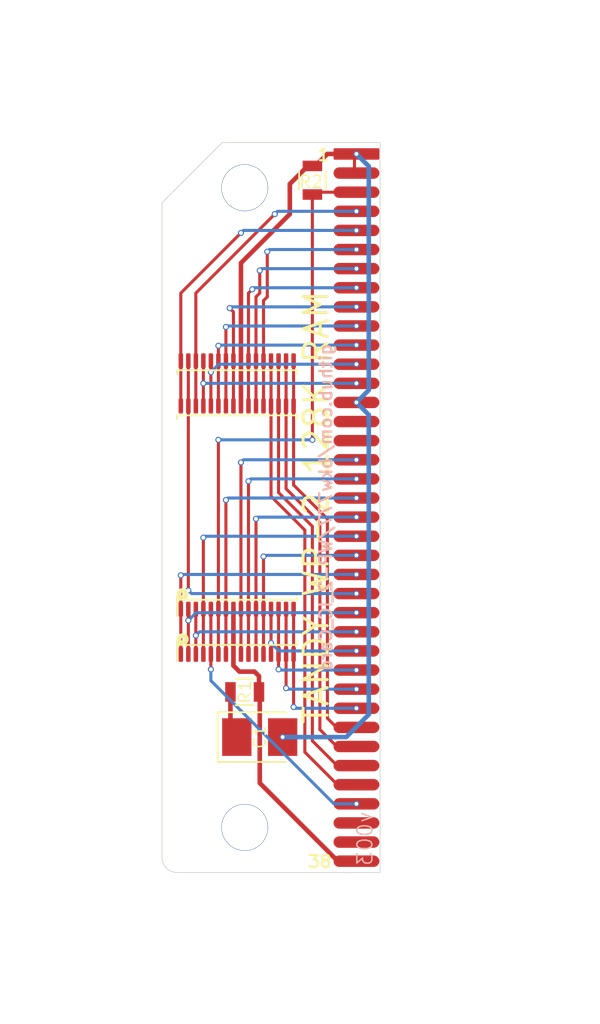
<source format=kicad_pcb>
(kicad_pcb (version 20171130) (host pcbnew 5.1.6-c6e7f7d~87~ubuntu20.04.1)

  (general
    (thickness 0.8)
    (drawings 29)
    (tracks 202)
    (zones 0)
    (modules 8)
    (nets 35)
  )

  (page USLetter)
  (title_block
    (title "WP-2 128K RAM IC-Card")
    (date 2020-09-26)
    (company "Brian K. White - b.kenyon.w@gmail.com")
  )

  (layers
    (0 F.Cu signal)
    (31 B.Cu signal)
    (33 F.Adhes user)
    (35 F.Paste user)
    (36 B.SilkS user)
    (37 F.SilkS user)
    (38 B.Mask user)
    (39 F.Mask user)
    (40 Dwgs.User user)
    (41 Cmts.User user hide)
    (42 Eco1.User user hide)
    (43 Eco2.User user hide)
    (44 Edge.Cuts user)
    (45 Margin user hide)
    (46 B.CrtYd user hide)
    (47 F.CrtYd user hide)
    (49 F.Fab user hide)
  )

  (setup
    (last_trace_width 0.254)
    (user_trace_width 0.1524)
    (user_trace_width 0.1778)
    (user_trace_width 0.2032)
    (user_trace_width 0.3048)
    (user_trace_width 0.508)
    (trace_clearance 0.1524)
    (zone_clearance 0.16)
    (zone_45_only no)
    (trace_min 0.1524)
    (via_size 0.4064)
    (via_drill 0.254)
    (via_min_size 0.4064)
    (via_min_drill 0.254)
    (uvia_size 0.4064)
    (uvia_drill 0.254)
    (uvias_allowed no)
    (uvia_min_size 0.4064)
    (uvia_min_drill 0.254)
    (edge_width 0.05)
    (segment_width 0.2)
    (pcb_text_width 0.3)
    (pcb_text_size 1.5 1.5)
    (mod_edge_width 0.12)
    (mod_text_size 1 1)
    (mod_text_width 0.15)
    (pad_size 0.3 1)
    (pad_drill 0)
    (pad_to_mask_clearance 0)
    (aux_axis_origin 158.75 99.695)
    (grid_origin 158.75 99.695)
    (visible_elements FFFFFF7F)
    (pcbplotparams
      (layerselection 0x010f0_ffffffff)
      (usegerberextensions false)
      (usegerberattributes true)
      (usegerberadvancedattributes true)
      (creategerberjobfile true)
      (excludeedgelayer true)
      (linewidth 0.100000)
      (plotframeref false)
      (viasonmask false)
      (mode 1)
      (useauxorigin false)
      (hpglpennumber 1)
      (hpglpenspeed 20)
      (hpglpendiameter 15.000000)
      (psnegative false)
      (psa4output false)
      (plotreference true)
      (plotvalue true)
      (plotinvisibletext false)
      (padsonsilk false)
      (subtractmaskfromsilk false)
      (outputformat 1)
      (mirror false)
      (drillshape 0)
      (scaleselection 1)
      (outputdirectory "GERBER"))
  )

  (net 0 "")
  (net 1 GND)
  (net 2 /CE2)
  (net 3 /~CE1)
  (net 4 /~OE)
  (net 5 /D0)
  (net 6 /D1)
  (net 7 /D2)
  (net 8 /D3)
  (net 9 /D4)
  (net 10 /D5)
  (net 11 /D6)
  (net 12 /D7)
  (net 13 /A16)
  (net 14 /A15)
  (net 15 /A14)
  (net 16 /A13)
  (net 17 /A12)
  (net 18 /A11)
  (net 19 /A10)
  (net 20 /A9)
  (net 21 /A8)
  (net 22 /A7)
  (net 23 /A6)
  (net 24 /A5)
  (net 25 /A4)
  (net 26 /A3)
  (net 27 /A2)
  (net 28 /A1)
  (net 29 /A0)
  (net 30 /R~W)
  (net 31 VDD)
  (net 32 /~DET)
  (net 33 "Net-(C1-Pad1)")
  (net 34 /A17)

  (net_class Default "This is the default net class."
    (clearance 0.1524)
    (trace_width 0.254)
    (via_dia 0.4064)
    (via_drill 0.254)
    (uvia_dia 0.4064)
    (uvia_drill 0.254)
    (diff_pair_width 0.1524)
    (diff_pair_gap 0.2032)
    (add_net /A0)
    (add_net /A1)
    (add_net /A10)
    (add_net /A11)
    (add_net /A12)
    (add_net /A13)
    (add_net /A14)
    (add_net /A15)
    (add_net /A16)
    (add_net /A17)
    (add_net /A2)
    (add_net /A3)
    (add_net /A4)
    (add_net /A5)
    (add_net /A6)
    (add_net /A7)
    (add_net /A8)
    (add_net /A9)
    (add_net /CE2)
    (add_net /D0)
    (add_net /D1)
    (add_net /D2)
    (add_net /D3)
    (add_net /D4)
    (add_net /D5)
    (add_net /D6)
    (add_net /D7)
    (add_net /R~W)
    (add_net /~CE1)
    (add_net /~DET)
    (add_net /~OE)
    (add_net GND)
    (add_net "Net-(C1-Pad1)")
    (add_net VDD)
  )

  (module 0_LOCAL:WP-2_IC_Card_Carrier_v003 (layer F.Cu) (tedit 5F7795D7) (tstamp 5F76679F)
    (at 158.75 99.695)
    (attr virtual)
    (fp_text reference Carrier (at 0 -2 270) (layer Dwgs.User) hide
      (effects (font (size 4 4) (thickness 0.12)))
    )
    (fp_text value WP-2_IC_Card_Carrier_v003 (at 0 2 270) (layer F.Fab)
      (effects (font (size 4 4) (thickness 0.01)))
    )
    (fp_arc (start -4 22.5) (end -4 23.5) (angle -90) (layer Dwgs.User) (width 0.12))
    (fp_arc (start -5.5 22.5) (end -6.5 22.5) (angle -90) (layer Dwgs.User) (width 0.12))
    (fp_arc (start -12.75 17.75) (end -13.75 17.75) (angle -90) (layer Dwgs.User) (width 0.12))
    (fp_arc (start -4 -22.5) (end -3 -22.5) (angle -90) (layer Dwgs.User) (width 0.12))
    (fp_arc (start -5.5 -22.5) (end -5.5 -23.5) (angle -90) (layer Dwgs.User) (width 0.12))
    (fp_arc (start -12.75 -17.75) (end -12.75 -18.75) (angle -90) (layer Dwgs.User) (width 0.12))
    (fp_arc (start -9 -21.25) (end -9 -18.75) (angle -90) (layer Dwgs.User) (width 0.12))
    (fp_arc (start -9 21.25) (end -6.5 21.25) (angle -90) (layer Dwgs.User) (width 0.12))
    (fp_line (start -14.5 -20.25) (end -10.5 -24.25) (layer Dwgs.User) (width 0.12))
    (fp_line (start -10.5 -24.25) (end 0 -24.25) (layer Dwgs.User) (width 0.12))
    (fp_line (start -14.5 24.25) (end -14.5 -20.25) (layer Dwgs.User) (width 0.12))
    (fp_line (start 0 24.25) (end -14.5 24.25) (layer Dwgs.User) (width 0.12))
    (fp_line (start -9 18.75) (end -12.75 18.75) (layer Dwgs.User) (width 0.12))
    (fp_line (start -6.5 22.5) (end -6.5 21.25) (layer Dwgs.User) (width 0.12))
    (fp_line (start -6.5 -22.5) (end -6.5 -21.25) (layer Dwgs.User) (width 0.12))
    (fp_line (start -12.75 -18.75) (end -9 -18.75) (layer Dwgs.User) (width 0.12))
    (fp_line (start -4 -23.5) (end -5.5 -23.5) (layer Dwgs.User) (width 0.12))
    (fp_line (start 0 24.25) (end 0 -24.25) (layer Dwgs.User) (width 0.12))
    (fp_line (start -5.5 23.5) (end -4 23.5) (layer Dwgs.User) (width 0.12))
    (fp_line (start -13.75 -17.75) (end -13.75 17.75) (layer Dwgs.User) (width 0.12))
    (fp_line (start -3 22.5) (end -3 -22.5) (layer Dwgs.User) (width 0.12))
    (pad "" np_thru_hole circle (at -9 21.25 180) (size 3.1 3.1) (drill 3.05) (layers *.Cu *.Mask))
    (pad "" np_thru_hole circle (at -9 -21.25 180) (size 3.1 3.1) (drill 3.05) (layers *.Cu *.Mask))
    (model /home/bkw/src/WP-2_IC_Card/Carrier/WP-2_IC_Card_Carrier_v003.step
      (offset (xyz 6.1 27 1.6))
      (scale (xyz 1 1 1))
      (rotate (xyz 0 180 -90))
    )
  )

  (module 0_LOCAL:R_0805 (layer F.Cu) (tedit 5F75A133) (tstamp 5F752AD5)
    (at 154.25 77.945 270)
    (descr "Resistor SMD 0805, reflow soldering, Vishay (see dcrcw.pdf)")
    (tags "resistor 0805")
    (path /5F9FA366)
    (attr smd)
    (fp_text reference R2 (at 0.1 0.09) (layer F.SilkS)
      (effects (font (size 0.8 0.8) (thickness 0.1)))
    )
    (fp_text value 47K (at 0 1.75 90) (layer F.Fab)
      (effects (font (size 1 1) (thickness 0.15)))
    )
    (fp_line (start 1.55 0.9) (end -1.55 0.9) (layer F.CrtYd) (width 0.05))
    (fp_line (start 1.55 0.9) (end 1.55 -0.9) (layer F.CrtYd) (width 0.05))
    (fp_line (start -1.55 -0.9) (end -1.55 0.9) (layer F.CrtYd) (width 0.05))
    (fp_line (start -1.55 -0.9) (end 1.55 -0.9) (layer F.CrtYd) (width 0.05))
    (fp_line (start -0.6 -0.88) (end 0.6 -0.88) (layer F.SilkS) (width 0.12))
    (fp_line (start 0.6 0.88) (end -0.6 0.88) (layer F.SilkS) (width 0.12))
    (fp_line (start -1 -0.62) (end 1 -0.62) (layer F.Fab) (width 0.1))
    (fp_line (start 1 -0.62) (end 1 0.62) (layer F.Fab) (width 0.1))
    (fp_line (start 1 0.62) (end -1 0.62) (layer F.Fab) (width 0.1))
    (fp_line (start -1 0.62) (end -1 -0.62) (layer F.Fab) (width 0.1))
    (fp_text user %R (at 0 0 90) (layer F.Fab)
      (effects (font (size 0.5 0.5) (thickness 0.075)))
    )
    (pad 1 smd rect (at -0.95 0 270) (size 0.7 1.3) (layers F.Cu F.Paste F.Mask)
      (net 1 GND))
    (pad 2 smd rect (at 0.95 0 270) (size 0.7 1.3) (layers F.Cu F.Paste F.Mask)
      (net 2 /CE2))
    (model ${KIPRJMOD}/3d/R_0805_2012Metric.step
      (at (xyz 0 0 0))
      (scale (xyz 1 1 1))
      (rotate (xyz 0 0 0))
    )
  )

  (module 0_LOCAL:R_0805 (layer F.Cu) (tedit 5F75A133) (tstamp 5F752ACC)
    (at 149.75 111.945 180)
    (descr "Resistor SMD 0805, reflow soldering, Vishay (see dcrcw.pdf)")
    (tags "resistor 0805")
    (path /5F805237)
    (attr smd)
    (fp_text reference R1 (at 0 0 90) (layer F.SilkS)
      (effects (font (size 0.8 0.8) (thickness 0.1)))
    )
    (fp_text value 4.7K (at 0 1.75) (layer F.Fab)
      (effects (font (size 1 1) (thickness 0.15)))
    )
    (fp_line (start 1.55 0.9) (end -1.55 0.9) (layer F.CrtYd) (width 0.05))
    (fp_line (start 1.55 0.9) (end 1.55 -0.9) (layer F.CrtYd) (width 0.05))
    (fp_line (start -1.55 -0.9) (end -1.55 0.9) (layer F.CrtYd) (width 0.05))
    (fp_line (start -1.55 -0.9) (end 1.55 -0.9) (layer F.CrtYd) (width 0.05))
    (fp_line (start -0.6 -0.88) (end 0.6 -0.88) (layer F.SilkS) (width 0.12))
    (fp_line (start 0.6 0.88) (end -0.6 0.88) (layer F.SilkS) (width 0.12))
    (fp_line (start -1 -0.62) (end 1 -0.62) (layer F.Fab) (width 0.1))
    (fp_line (start 1 -0.62) (end 1 0.62) (layer F.Fab) (width 0.1))
    (fp_line (start 1 0.62) (end -1 0.62) (layer F.Fab) (width 0.1))
    (fp_line (start -1 0.62) (end -1 -0.62) (layer F.Fab) (width 0.1))
    (fp_text user %R (at 0 0) (layer F.Fab)
      (effects (font (size 0.5 0.5) (thickness 0.075)))
    )
    (pad 1 smd rect (at -0.95 0 180) (size 0.7 1.3) (layers F.Cu F.Paste F.Mask)
      (net 31 VDD))
    (pad 2 smd rect (at 0.95 0 180) (size 0.7 1.3) (layers F.Cu F.Paste F.Mask)
      (net 33 "Net-(C1-Pad1)"))
    (model ${KIPRJMOD}/3d/R_0805_2012Metric.step
      (at (xyz 0 0 0))
      (scale (xyz 1 1 1))
      (rotate (xyz 0 0 0))
    )
  )

  (module 0_LOCAL:CP_Tantalum_Case-B_EIA-3528-21_Reflow (layer F.Cu) (tedit 5F759FEC) (tstamp 5F75A301)
    (at 150.75 114.945)
    (descr "Tantalum capacitor, Case B, EIA 3528-21, 3.5x2.8x1.9mm, Reflow soldering footprint")
    (tags "capacitor tantalum smd")
    (path /5F7F0020)
    (attr smd)
    (fp_text reference C1 (at 0 0 90 unlocked) (layer F.SilkS)
      (effects (font (size 0.8 0.8) (thickness 0.1)))
    )
    (fp_text value 220uf (at 0 3.15 180) (layer F.Fab)
      (effects (font (size 1 1) (thickness 0.15)))
    )
    (fp_line (start -2.8 -1.65) (end -2.8 1.65) (layer F.SilkS) (width 0.12))
    (fp_line (start -2.8 1.65) (end 1.75 1.65) (layer F.SilkS) (width 0.12))
    (fp_line (start -2.8 -1.65) (end 1.75 -1.65) (layer F.SilkS) (width 0.12))
    (fp_line (start -1.225 -1.4) (end -1.225 1.4) (layer F.Fab) (width 0.1))
    (fp_line (start -1.4 -1.4) (end -1.4 1.4) (layer F.Fab) (width 0.1))
    (fp_line (start 1.75 -1.4) (end -1.75 -1.4) (layer F.Fab) (width 0.1))
    (fp_line (start 1.75 1.4) (end 1.75 -1.4) (layer F.Fab) (width 0.1))
    (fp_line (start -1.75 1.4) (end 1.75 1.4) (layer F.Fab) (width 0.1))
    (fp_line (start -1.75 -1.4) (end -1.75 1.4) (layer F.Fab) (width 0.1))
    (fp_line (start 2.85 -1.75) (end -2.85 -1.75) (layer F.CrtYd) (width 0.05))
    (fp_line (start 2.85 1.75) (end 2.85 -1.75) (layer F.CrtYd) (width 0.05))
    (fp_line (start -2.85 1.75) (end 2.85 1.75) (layer F.CrtYd) (width 0.05))
    (fp_line (start -2.85 -1.75) (end -2.85 1.75) (layer F.CrtYd) (width 0.05))
    (fp_text user %R (at 0 0 180) (layer F.Fab)
      (effects (font (size 0.8 0.8) (thickness 0.12)))
    )
    (pad 1 smd rect (at -1.525 0) (size 1.95 2.5) (layers F.Cu F.Paste F.Mask)
      (net 33 "Net-(C1-Pad1)"))
    (pad 2 smd rect (at 1.525 0) (size 1.95 2.5) (layers F.Cu F.Paste F.Mask)
      (net 1 GND))
    (model ${KIPRJMOD}/3d/TLNT_AVX.step
      (at (xyz 0 0 0))
      (scale (xyz 1 1 1))
      (rotate (xyz 0 0 0))
    )
  )

  (module 0_LOCAL:PinSocket_1x38x1.27_edge_s (layer F.Cu) (tedit 5F74B131) (tstamp 5F74043C)
    (at 158.75 99.695)
    (descr "Through hole straight socket strip, 1x38, 1.27mm pitch, single row")
    (tags "Through hole socket strip THT 1x38 1.27mm single row")
    (path /5F6EF0A3)
    (attr smd)
    (fp_text reference J1 (at -2.8956 4.4196 -90) (layer F.SilkS) hide
      (effects (font (size 1 1) (thickness 0.15)))
    )
    (fp_text value Conn_01x38_Female (at -2.921 23.114 -90) (layer F.Fab)
      (effects (font (size 1 1) (thickness 0.15)))
    )
    (fp_line (start 0 -24.13) (end -3.221 -24.13) (layer F.CrtYd) (width 0.05))
    (fp_line (start 0 24.13) (end 0 -24.13) (layer F.CrtYd) (width 0.05))
    (fp_line (start -3.221 24.13) (end 0 24.13) (layer F.CrtYd) (width 0.05))
    (fp_line (start -3.221 -24.13) (end -3.221 24.13) (layer F.CrtYd) (width 0.05))
    (fp_line (start 3.302 -24.13) (end 0 -24.13) (layer F.Fab) (width 0.1))
    (fp_line (start 0 24.13) (end 0 -24.13) (layer F.Fab) (width 0.1))
    (fp_line (start 0 24.13) (end 3.302 24.13) (layer F.Fab) (width 0.1))
    (fp_line (start 3.302 -24.13) (end 3.302 24.13) (layer F.Fab) (width 0.1))
    (fp_text user %R (at 0 -1.695) (layer F.Fab)
      (effects (font (size 1 1) (thickness 0.15)))
    )
    (pad 1 smd roundrect (at -1.57 -23.495) (size 3.048 0.762) (layers F.Cu F.Paste F.Mask) (roundrect_rratio 0.1)
      (net 1 GND))
    (pad 2 smd oval (at -1.57 -22.225) (size 3.048 0.762) (layers F.Cu F.Paste F.Mask)
      (net 32 /~DET))
    (pad 3 smd oval (at -1.57 -20.955) (size 3.048 0.762) (layers F.Cu F.Paste F.Mask)
      (net 2 /CE2))
    (pad 4 smd oval (at -1.57 -19.685) (size 3.048 0.762) (layers F.Cu F.Paste F.Mask)
      (net 3 /~CE1))
    (pad 5 smd oval (at -1.57 -18.415) (size 3.048 0.762) (layers F.Cu F.Paste F.Mask)
      (net 4 /~OE))
    (pad 6 smd oval (at -1.57 -17.145) (size 3.048 0.762) (layers F.Cu F.Paste F.Mask)
      (net 5 /D0))
    (pad 7 smd oval (at -1.57 -15.875) (size 3.048 0.762) (layers F.Cu F.Paste F.Mask)
      (net 6 /D1))
    (pad 8 smd oval (at -1.57 -14.605) (size 3.048 0.762) (layers F.Cu F.Paste F.Mask)
      (net 7 /D2))
    (pad 9 smd oval (at -1.57 -13.335) (size 3.048 0.762) (layers F.Cu F.Paste F.Mask)
      (net 8 /D3))
    (pad 10 smd oval (at -1.57 -12.065) (size 3.048 0.762) (layers F.Cu F.Paste F.Mask)
      (net 9 /D4))
    (pad 11 smd oval (at -1.57 -10.795) (size 3.048 0.762) (layers F.Cu F.Paste F.Mask)
      (net 10 /D5))
    (pad 12 smd oval (at -1.57 -9.525) (size 3.048 0.762) (layers F.Cu F.Paste F.Mask)
      (net 11 /D6))
    (pad 13 smd oval (at -1.57 -8.255) (size 3.048 0.762) (layers F.Cu F.Paste F.Mask)
      (net 12 /D7))
    (pad 14 smd oval (at -1.57 -6.985) (size 3.048 0.762) (layers F.Cu F.Paste F.Mask)
      (net 1 GND))
    (pad 15 smd oval (at -1.57 -5.715) (size 3.048 0.762) (layers F.Cu F.Paste F.Mask))
    (pad 16 smd oval (at -1.57 -4.445) (size 3.048 0.762) (layers F.Cu F.Paste F.Mask))
    (pad 17 smd oval (at -1.57 -3.175) (size 3.048 0.762) (layers F.Cu F.Paste F.Mask)
      (net 34 /A17))
    (pad 18 smd oval (at -1.57 -1.905) (size 3.048 0.762) (layers F.Cu F.Paste F.Mask)
      (net 13 /A16))
    (pad 19 smd oval (at -1.57 -0.635) (size 3.048 0.762) (layers F.Cu F.Paste F.Mask)
      (net 14 /A15))
    (pad 20 smd oval (at -1.57 0.635) (size 3.048 0.762) (layers F.Cu F.Paste F.Mask)
      (net 15 /A14))
    (pad 21 smd oval (at -1.57 1.905) (size 3.048 0.762) (layers F.Cu F.Paste F.Mask)
      (net 16 /A13))
    (pad 22 smd oval (at -1.57 3.175) (size 3.048 0.762) (layers F.Cu F.Paste F.Mask)
      (net 17 /A12))
    (pad 23 smd oval (at -1.57 4.445) (size 3.048 0.762) (layers F.Cu F.Paste F.Mask)
      (net 18 /A11))
    (pad 24 smd oval (at -1.57 5.715) (size 3.048 0.762) (layers F.Cu F.Paste F.Mask)
      (net 19 /A10))
    (pad 25 smd oval (at -1.57 6.985) (size 3.048 0.762) (layers F.Cu F.Paste F.Mask)
      (net 20 /A9))
    (pad 26 smd oval (at -1.57 8.255) (size 3.048 0.762) (layers F.Cu F.Paste F.Mask)
      (net 21 /A8))
    (pad 27 smd oval (at -1.57 9.525) (size 3.048 0.762) (layers F.Cu F.Paste F.Mask)
      (net 22 /A7))
    (pad 28 smd oval (at -1.57 10.795) (size 3.048 0.762) (layers F.Cu F.Paste F.Mask)
      (net 23 /A6))
    (pad 29 smd oval (at -1.57 12.065) (size 3.048 0.762) (layers F.Cu F.Paste F.Mask)
      (net 24 /A5))
    (pad 30 smd oval (at -1.57 13.335) (size 3.048 0.762) (layers F.Cu F.Paste F.Mask)
      (net 25 /A4))
    (pad 31 smd oval (at -1.57 14.605) (size 3.048 0.762) (layers F.Cu F.Paste F.Mask)
      (net 26 /A3))
    (pad 32 smd oval (at -1.57 15.875) (size 3.048 0.762) (layers F.Cu F.Paste F.Mask)
      (net 27 /A2))
    (pad 33 smd oval (at -1.57 17.145) (size 3.048 0.762) (layers F.Cu F.Paste F.Mask)
      (net 28 /A1))
    (pad 34 smd oval (at -1.57 18.415) (size 3.048 0.762) (layers F.Cu F.Paste F.Mask)
      (net 29 /A0))
    (pad 35 smd oval (at -1.57 19.685) (size 3.048 0.762) (layers F.Cu F.Paste F.Mask)
      (net 30 /R~W))
    (pad 36 smd oval (at -1.57 20.955) (size 3.048 0.762) (layers F.Cu F.Paste F.Mask))
    (pad 37 smd oval (at -1.57 22.225) (size 3.048 0.762) (layers F.Cu F.Paste F.Mask))
    (pad 38 smd oval (at -1.57 23.495) (size 3.048 0.762) (layers F.Cu F.Paste F.Mask)
      (net 31 VDD))
    (model ${KIPRJMOD}/3d/PinSocket_1x38_P1.27mm_Vertical.step
      (offset (xyz 0 23.495 0.1))
      (scale (xyz 1 1 1))
      (rotate (xyz 0 -90 0))
    )
  )

  (module 0_LOCAL:Net_Tie_2p_8mil (layer F.Cu) (tedit 5F70D483) (tstamp 5F712C2A)
    (at 157.05 76.835 270)
    (path /5F8923B3)
    (fp_text reference NT1 (at 0 1.016 90) (layer F.SilkS) hide
      (effects (font (size 0.508 0.508) (thickness 0.1016)))
    )
    (fp_text value Net-Tie_2 (at 0 -2 90) (layer F.Fab) hide
      (effects (font (size 1 1) (thickness 0.01)))
    )
    (fp_line (start -0.2032 0) (end 0.2032 0) (layer F.Cu) (width 0.2032))
    (pad 2 smd circle (at 0.2032 0 270) (size 0.2032 0.2032) (layers F.Cu)
      (net 32 /~DET))
    (pad 1 smd circle (at -0.2032 0 270) (size 0.2032 0.2032) (layers F.Cu)
      (net 1 GND))
  )

  (module 0_LOCAL:TSOP32-20mm (layer F.Cu) (tedit 5F70AFE8) (tstamp 5F755D97)
    (at 149.25 99.695)
    (descr "Module CMS TSOP 32 pins")
    (tags "CMS TSOP")
    (path /5F718069)
    (attr smd)
    (fp_text reference U1 (at 0.009 8.382 180) (layer F.SilkS) hide
      (effects (font (size 1 1) (thickness 0.15)))
    )
    (fp_text value "SRAM 128Kx8 5v Parallel" (at 0 5) (layer F.Fab)
      (effects (font (size 1 1) (thickness 0.15)))
    )
    (fp_line (start 4 -9.125) (end 4 -8.875) (layer F.SilkS) (width 0.12))
    (fp_line (start -4 -9.125) (end -4 -8.875) (layer F.SilkS) (width 0.12))
    (fp_line (start 4 9.125) (end 4 8.875) (layer F.SilkS) (width 0.12))
    (fp_line (start -4 10.2) (end -4 8.875) (layer F.SilkS) (width 0.12))
    (fp_line (start 4 -9.125) (end -4 -9.125) (layer F.SilkS) (width 0.12))
    (fp_line (start -4 9.125) (end 4 9.125) (layer F.SilkS) (width 0.12))
    (fp_circle (center -3.625 8.75) (end -3.525 8.75) (layer F.SilkS) (width 0.3))
    (fp_text user %R (at 0 0) (layer F.Fab)
      (effects (font (size 1 1) (thickness 0.15)))
    )
    (pad 1 smd roundrect (at -3.75 9.75) (size 0.3 1) (layers F.Cu F.Paste F.Mask) (roundrect_rratio 0.25)
      (net 18 /A11))
    (pad 2 smd roundrect (at -3.25 9.75) (size 0.3 1) (layers F.Cu F.Paste F.Mask) (roundrect_rratio 0.25)
      (net 20 /A9))
    (pad 3 smd roundrect (at -2.75 9.75) (size 0.3 1) (layers F.Cu F.Paste F.Mask) (roundrect_rratio 0.25)
      (net 21 /A8))
    (pad 4 smd roundrect (at -2.25 9.75) (size 0.3 1) (layers F.Cu F.Paste F.Mask) (roundrect_rratio 0.25)
      (net 16 /A13))
    (pad 5 smd roundrect (at -1.75 9.75) (size 0.3 1) (layers F.Cu F.Paste F.Mask) (roundrect_rratio 0.25)
      (net 30 /R~W))
    (pad 6 smd roundrect (at -1.25 9.75) (size 0.3 1) (layers F.Cu F.Paste F.Mask) (roundrect_rratio 0.25)
      (net 2 /CE2))
    (pad 7 smd roundrect (at -0.75 9.75) (size 0.3 1) (layers F.Cu F.Paste F.Mask) (roundrect_rratio 0.25)
      (net 14 /A15))
    (pad 8 smd roundrect (at -0.25 9.75) (size 0.3 1) (layers F.Cu F.Paste F.Mask) (roundrect_rratio 0.25)
      (net 31 VDD))
    (pad 9 smd roundrect (at 0.25 9.75) (size 0.3 1) (layers F.Cu F.Paste F.Mask) (roundrect_rratio 0.25)
      (net 34 /A17))
    (pad 10 smd roundrect (at 0.75 9.75) (size 0.3 1) (layers F.Cu F.Paste F.Mask) (roundrect_rratio 0.25)
      (net 13 /A16))
    (pad 11 smd roundrect (at 1.25 9.75) (size 0.3 1) (layers F.Cu F.Paste F.Mask) (roundrect_rratio 0.25)
      (net 15 /A14))
    (pad 12 smd roundrect (at 1.75 9.75) (size 0.3 1) (layers F.Cu F.Paste F.Mask) (roundrect_rratio 0.25)
      (net 17 /A12))
    (pad 13 smd roundrect (at 2.25 9.75) (size 0.3 1) (layers F.Cu F.Paste F.Mask) (roundrect_rratio 0.25)
      (net 22 /A7))
    (pad 14 smd roundrect (at 2.75 9.75) (size 0.3 1) (layers F.Cu F.Paste F.Mask) (roundrect_rratio 0.25)
      (net 23 /A6))
    (pad 15 smd roundrect (at 3.25 9.75) (size 0.3 1) (layers F.Cu F.Paste F.Mask) (roundrect_rratio 0.25)
      (net 24 /A5))
    (pad 16 smd roundrect (at 3.75 9.75) (size 0.3 1) (layers F.Cu F.Paste F.Mask) (roundrect_rratio 0.25)
      (net 25 /A4))
    (pad 17 smd roundrect (at 3.75 -9.75) (size 0.3 1) (layers F.Cu F.Paste F.Mask) (roundrect_rratio 0.25)
      (net 26 /A3))
    (pad 18 smd roundrect (at 3.25 -9.75) (size 0.3 1) (layers F.Cu F.Paste F.Mask) (roundrect_rratio 0.25)
      (net 27 /A2))
    (pad 19 smd roundrect (at 2.75 -9.75) (size 0.3 1) (layers F.Cu F.Paste F.Mask) (roundrect_rratio 0.25)
      (net 28 /A1))
    (pad 20 smd roundrect (at 2.25 -9.75) (size 0.3 1) (layers F.Cu F.Paste F.Mask) (roundrect_rratio 0.25)
      (net 29 /A0))
    (pad 21 smd roundrect (at 1.75 -9.75) (size 0.3 1) (layers F.Cu F.Paste F.Mask) (roundrect_rratio 0.25)
      (net 5 /D0))
    (pad 22 smd roundrect (at 1.25 -9.75) (size 0.3 1) (layers F.Cu F.Paste F.Mask) (roundrect_rratio 0.25)
      (net 6 /D1))
    (pad 23 smd roundrect (at 0.75 -9.75) (size 0.3 1) (layers F.Cu F.Paste F.Mask) (roundrect_rratio 0.25)
      (net 7 /D2))
    (pad 24 smd roundrect (at 0.25 -9.75) (size 0.3 1) (layers F.Cu F.Paste F.Mask) (roundrect_rratio 0.25)
      (net 1 GND))
    (pad 25 smd roundrect (at -0.25 -9.75) (size 0.3 1) (layers F.Cu F.Paste F.Mask) (roundrect_rratio 0.25)
      (net 8 /D3))
    (pad 26 smd roundrect (at -0.75 -9.75) (size 0.3 1) (layers F.Cu F.Paste F.Mask) (roundrect_rratio 0.25)
      (net 9 /D4))
    (pad 27 smd roundrect (at -1.25 -9.75) (size 0.3 1) (layers F.Cu F.Paste F.Mask) (roundrect_rratio 0.25)
      (net 10 /D5))
    (pad 28 smd roundrect (at -1.75 -9.75) (size 0.3 1) (layers F.Cu F.Paste F.Mask) (roundrect_rratio 0.25)
      (net 11 /D6))
    (pad 29 smd roundrect (at -2.25 -9.75) (size 0.3 1) (layers F.Cu F.Paste F.Mask) (roundrect_rratio 0.25)
      (net 12 /D7))
    (pad 30 smd roundrect (at -2.75 -9.75) (size 0.3 1) (layers F.Cu F.Paste F.Mask) (roundrect_rratio 0.25)
      (net 3 /~CE1))
    (pad 31 smd roundrect (at -3.25 -9.75) (size 0.3 1) (layers F.Cu F.Paste F.Mask) (roundrect_rratio 0.25)
      (net 19 /A10))
    (pad 32 smd roundrect (at -3.75 -9.75) (size 0.3 1) (layers F.Cu F.Paste F.Mask) (roundrect_rratio 0.25)
      (net 4 /~OE))
    (model ${KIPRJMOD}/3d/TSOP32_8X20.step
      (at (xyz 0 0 0))
      (scale (xyz 1 1 1))
      (rotate (xyz 0 0 -90))
    )
  )

  (module 0_LOCAL:TSOP32-14mm (layer F.Cu) (tedit 5F70AFD9) (tstamp 5F712C60)
    (at 149.25 99.695)
    (descr "Module CMS TSOP 32 pins")
    (tags "CMS TSOP")
    (path /5F906116)
    (attr smd)
    (fp_text reference U2 (at 0 5.334 180) (layer F.SilkS) hide
      (effects (font (size 1 1) (thickness 0.15)))
    )
    (fp_text value "SRAM 128Kx8 5v Parallel" (at 1.27 0 90) (layer F.Fab)
      (effects (font (size 1 1) (thickness 0.15)))
    )
    (fp_line (start 4 -6.125) (end 4 -5.875) (layer F.SilkS) (width 0.12))
    (fp_line (start -4 -6.125) (end -4 -5.875) (layer F.SilkS) (width 0.12))
    (fp_line (start 4 6.125) (end 4 5.875) (layer F.SilkS) (width 0.12))
    (fp_line (start -4 7.2) (end -4 5.875) (layer F.SilkS) (width 0.12))
    (fp_line (start 4 -6.125) (end -4 -6.125) (layer F.SilkS) (width 0.12))
    (fp_line (start -4 6.125) (end 4 6.125) (layer F.SilkS) (width 0.12))
    (fp_circle (center -3.625 5.75) (end -3.525 5.75) (layer F.SilkS) (width 0.3))
    (pad 1 smd roundrect (at -3.75 6.75) (size 0.3 1) (layers F.Cu F.Paste F.Mask) (roundrect_rratio 0.25)
      (net 18 /A11))
    (pad 2 smd roundrect (at -3.25 6.75) (size 0.3 1) (layers F.Cu F.Paste F.Mask) (roundrect_rratio 0.25)
      (net 20 /A9))
    (pad 3 smd roundrect (at -2.75 6.75) (size 0.3 1) (layers F.Cu F.Paste F.Mask) (roundrect_rratio 0.25)
      (net 21 /A8))
    (pad 4 smd roundrect (at -2.25 6.75) (size 0.3 1) (layers F.Cu F.Paste F.Mask) (roundrect_rratio 0.25)
      (net 16 /A13))
    (pad 5 smd roundrect (at -1.75 6.75) (size 0.3 1) (layers F.Cu F.Paste F.Mask) (roundrect_rratio 0.25)
      (net 30 /R~W))
    (pad 6 smd roundrect (at -1.25 6.75) (size 0.3 1) (layers F.Cu F.Paste F.Mask) (roundrect_rratio 0.25)
      (net 2 /CE2))
    (pad 7 smd roundrect (at -0.75 6.75) (size 0.3 1) (layers F.Cu F.Paste F.Mask) (roundrect_rratio 0.25)
      (net 14 /A15))
    (pad 8 smd roundrect (at -0.25 6.75) (size 0.3 1) (layers F.Cu F.Paste F.Mask) (roundrect_rratio 0.25)
      (net 31 VDD))
    (pad 9 smd roundrect (at 0.25 6.75) (size 0.3 1) (layers F.Cu F.Paste F.Mask) (roundrect_rratio 0.25)
      (net 34 /A17))
    (pad 10 smd roundrect (at 0.75 6.75) (size 0.3 1) (layers F.Cu F.Paste F.Mask) (roundrect_rratio 0.25)
      (net 13 /A16))
    (pad 11 smd roundrect (at 1.25 6.75) (size 0.3 1) (layers F.Cu F.Paste F.Mask) (roundrect_rratio 0.25)
      (net 15 /A14))
    (pad 12 smd roundrect (at 1.75 6.75) (size 0.3 1) (layers F.Cu F.Paste F.Mask) (roundrect_rratio 0.25)
      (net 17 /A12))
    (pad 13 smd roundrect (at 2.25 6.75) (size 0.3 1) (layers F.Cu F.Paste F.Mask) (roundrect_rratio 0.25)
      (net 22 /A7))
    (pad 14 smd roundrect (at 2.75 6.75) (size 0.3 1) (layers F.Cu F.Paste F.Mask) (roundrect_rratio 0.25)
      (net 23 /A6))
    (pad 15 smd roundrect (at 3.25 6.75) (size 0.3 1) (layers F.Cu F.Paste F.Mask) (roundrect_rratio 0.25)
      (net 24 /A5))
    (pad 16 smd roundrect (at 3.75 6.75) (size 0.3 1) (layers F.Cu F.Paste F.Mask) (roundrect_rratio 0.25)
      (net 25 /A4))
    (pad 17 smd roundrect (at 3.75 -6.75) (size 0.3 1) (layers F.Cu F.Paste F.Mask) (roundrect_rratio 0.25)
      (net 26 /A3))
    (pad 18 smd roundrect (at 3.25 -6.75) (size 0.3 1) (layers F.Cu F.Paste F.Mask) (roundrect_rratio 0.25)
      (net 27 /A2))
    (pad 19 smd roundrect (at 2.75 -6.75) (size 0.3 1) (layers F.Cu F.Paste F.Mask) (roundrect_rratio 0.25)
      (net 28 /A1))
    (pad 20 smd roundrect (at 2.25 -6.75) (size 0.3 1) (layers F.Cu F.Paste F.Mask) (roundrect_rratio 0.25)
      (net 29 /A0))
    (pad 21 smd roundrect (at 1.75 -6.75) (size 0.3 1) (layers F.Cu F.Paste F.Mask) (roundrect_rratio 0.25)
      (net 5 /D0))
    (pad 22 smd roundrect (at 1.25 -6.75) (size 0.3 1) (layers F.Cu F.Paste F.Mask) (roundrect_rratio 0.25)
      (net 6 /D1))
    (pad 23 smd roundrect (at 0.75 -6.75) (size 0.3 1) (layers F.Cu F.Paste F.Mask) (roundrect_rratio 0.25)
      (net 7 /D2))
    (pad 24 smd roundrect (at 0.25 -6.75) (size 0.3 1) (layers F.Cu F.Paste F.Mask) (roundrect_rratio 0.25)
      (net 1 GND))
    (pad 25 smd roundrect (at -0.25 -6.75) (size 0.3 1) (layers F.Cu F.Paste F.Mask) (roundrect_rratio 0.25)
      (net 8 /D3))
    (pad 26 smd roundrect (at -0.75 -6.75) (size 0.3 1) (layers F.Cu F.Paste F.Mask) (roundrect_rratio 0.25)
      (net 9 /D4))
    (pad 27 smd roundrect (at -1.25 -6.75) (size 0.3 1) (layers F.Cu F.Paste F.Mask) (roundrect_rratio 0.25)
      (net 10 /D5))
    (pad 28 smd roundrect (at -1.75 -6.75) (size 0.3 1) (layers F.Cu F.Paste F.Mask) (roundrect_rratio 0.25)
      (net 11 /D6))
    (pad 29 smd roundrect (at -2.25 -6.75) (size 0.3 1) (layers F.Cu F.Paste F.Mask) (roundrect_rratio 0.25)
      (net 12 /D7))
    (pad 30 smd roundrect (at -2.75 -6.75) (size 0.3 1) (layers F.Cu F.Paste F.Mask) (roundrect_rratio 0.25)
      (net 3 /~CE1))
    (pad 31 smd roundrect (at -3.25 -6.75) (size 0.3 1) (layers F.Cu F.Paste F.Mask) (roundrect_rratio 0.25)
      (net 19 /A10))
    (pad 32 smd roundrect (at -3.75 -6.75) (size 0.3 1) (layers F.Cu F.Paste F.Mask) (roundrect_rratio 0.25)
      (net 4 /~OE))
    (model ${KIPRJMOD}/3d/TSOP32_8x14.step_x
      (at (xyz 0 0 0))
      (scale (xyz 1 1 1))
      (rotate (xyz 0 0 -90))
    )
  )

  (gr_arc (start 145.25 122.945) (end 144.25 122.945) (angle -90) (layer Edge.Cuts) (width 0.05))
  (gr_line (start 144.25 79.445) (end 148.25 75.445) (layer Edge.Cuts) (width 0.05))
  (gr_line (start 158.75 123.945) (end 158.75 75.445) (layer Edge.Cuts) (width 0.05) (tstamp 5F759583))
  (gr_line (start 145.25 123.945) (end 158.75 123.945) (layer Edge.Cuts) (width 0.05))
  (gr_line (start 144.25 79.445) (end 144.25 122.945) (layer Edge.Cuts) (width 0.05))
  (gr_line (start 158.75 75.445) (end 148.25 75.445) (layer Edge.Cuts) (width 0.05))
  (gr_text WP-2 (at 135 99.695 90) (layer Dwgs.User) (tstamp 5F76323E)
    (effects (font (size 1 1) (thickness 0.15)))
  )
  (gr_text WP-2 (at 135 129.695 90) (layer Dwgs.User) (tstamp 5F763237)
    (effects (font (size 1 1) (thickness 0.15)))
  )
  (gr_text v003 (at 157.75 121.695 -270) (layer B.SilkS)
    (effects (font (size 1 1) (thickness 0.1)) (justify mirror))
  )
  (gr_line (start 155.75 125.395) (end 164.95 125.395) (layer Dwgs.User) (width 0.05))
  (gr_line (start 155.75 126.795) (end 155.75 125.395) (layer Dwgs.User) (width 0.05))
  (gr_line (start 155.75 126.795) (end 133.5 126.795) (layer Dwgs.User) (width 0.05))
  (gr_line (start 164.95 72.595) (end 164.95 125.395) (layer Dwgs.User) (width 0.05))
  (gr_line (start 133.5 72.595) (end 164.95 72.595) (layer Dwgs.User) (width 0.05))
  (gr_line (start 158.75 75.565) (end 158.75 123.825) (layer Dwgs.User) (width 0.15) (tstamp 5F73AAD6))
  (gr_line (start 163.15 75.565) (end 158.75 75.565) (layer Dwgs.User) (width 0.15))
  (gr_line (start 165.8232 76.2) (end 166.0772 75.946) (layer Dwgs.User) (width 0.15) (tstamp 5F7131A0))
  (gr_line (start 165.8232 76.2) (end 166.0772 76.454) (layer Dwgs.User) (width 0.15) (tstamp 5F71319F))
  (gr_line (start 165.8232 76.2) (end 167.7536 76.2) (layer Dwgs.User) (width 0.15) (tstamp 5F71319E))
  (gr_line (start 163.15 123.825) (end 163.15 75.565) (layer Dwgs.User) (width 0.15))
  (gr_line (start 158.75 123.825) (end 163.15 123.825) (layer Dwgs.User) (width 0.15) (tstamp 5F74BD0E))
  (gr_text "Pins 6.0mm" (at 170.6492 76.2) (layer Dwgs.User)
    (effects (font (size 0.6 0.6) (thickness 0.06)))
  )
  (gr_line (start 164.75 76.195) (end 159.05 76.195) (layer Dwgs.User) (width 0.4))
  (gr_text WP-2 (at 135 69.445 90) (layer Dwgs.User)
    (effects (font (size 1 1) (thickness 0.15)))
  )
  (gr_line (start 133.5 65.995) (end 133.5 133.995) (layer Dwgs.User) (width 0.05))
  (gr_text 38 (at 154.75 123.2154) (layer F.SilkS) (tstamp 5F712A00)
    (effects (font (size 0.8128 0.8128) (thickness 0.1524)))
  )
  (gr_text 1 (at 154.9948 76.2508) (layer F.SilkS) (tstamp 5F7129FD)
    (effects (font (size 0.8128 0.8128) (thickness 0.1524)))
  )
  (gr_text github.com/bkw777/WP-2_IC_Card (at 155.145 99.695 -270) (layer B.SilkS) (tstamp 5F7129FA)
    (effects (font (size 0.8128 0.8128) (thickness 0.1524)) (justify mirror))
  )
  (gr_text "TANDY WP-2 128K RAM" (at 154.5 99.695 -270) (layer F.SilkS) (tstamp 5F7129F7)
    (effects (font (size 1.6 1.6) (thickness 0.2)))
  )

  (segment (start 157.05 76.33) (end 157.18 76.2) (width 0.2032) (layer F.Cu) (net 1))
  (segment (start 157.05 76.6318) (end 157.05 76.33) (width 0.2032) (layer F.Cu) (net 1))
  (via (at 157.18 92.71) (size 0.4064) (drill 0.254) (layers F.Cu B.Cu) (net 1))
  (segment (start 154.45 76.995) (end 154.25 76.995) (width 0.3048) (layer F.Cu) (net 1))
  (via (at 157.18 76.2) (size 0.4064) (drill 0.254) (layers F.Cu B.Cu) (net 1))
  (segment (start 154.25 76.995) (end 153.95 76.995) (width 0.3048) (layer F.Cu) (net 1))
  (via (at 152.275 114.945) (size 0.4064) (drill 0.254) (layers F.Cu B.Cu) (net 1))
  (segment (start 157.18 76.2) (end 158 77.02) (width 0.3048) (layer B.Cu) (net 1))
  (segment (start 158 77.02) (end 158 91.89) (width 0.3048) (layer B.Cu) (net 1))
  (segment (start 158 91.89) (end 157.18 92.71) (width 0.3048) (layer B.Cu) (net 1))
  (segment (start 158 93.53) (end 157.18 92.71) (width 0.3048) (layer B.Cu) (net 1))
  (segment (start 158 113.445) (end 158 93.53) (width 0.3048) (layer B.Cu) (net 1))
  (segment (start 156.5 114.945) (end 158 113.445) (width 0.3048) (layer B.Cu) (net 1))
  (segment (start 152.275 114.945) (end 156.5 114.945) (width 0.3048) (layer B.Cu) (net 1))
  (segment (start 149.5 83.445) (end 149.5 92.945) (width 0.3048) (layer F.Cu) (net 1))
  (segment (start 152.75 80.195) (end 149.5 83.445) (width 0.3048) (layer F.Cu) (net 1))
  (segment (start 152.75 78.195) (end 152.75 80.195) (width 0.3048) (layer F.Cu) (net 1))
  (segment (start 153.95 76.995) (end 152.75 78.195) (width 0.3048) (layer F.Cu) (net 1))
  (segment (start 157.18 76.2) (end 155.245 76.2) (width 0.3048) (layer F.Cu) (net 1))
  (segment (start 155.245 76.2) (end 154.45 76.995) (width 0.3048) (layer F.Cu) (net 1))
  (segment (start 154.405 78.74) (end 157.18 78.74) (width 0.2032) (layer F.Cu) (net 2))
  (segment (start 154.25 78.895) (end 154.405 78.74) (width 0.2032) (layer F.Cu) (net 2))
  (segment (start 154.25 95.195) (end 154.25 78.895) (width 0.2032) (layer F.Cu) (net 2))
  (via (at 154.25 95.195) (size 0.4064) (drill 0.254) (layers F.Cu B.Cu) (net 2))
  (segment (start 148 95.195) (end 154.25 95.195) (width 0.2032) (layer B.Cu) (net 2))
  (via (at 148 95.195) (size 0.4064) (drill 0.254) (layers F.Cu B.Cu) (net 2))
  (segment (start 148 95.195) (end 148 109.445) (width 0.2032) (layer F.Cu) (net 2))
  (via (at 157.18 80.01) (size 0.4064) (drill 0.254) (layers F.Cu B.Cu) (net 3))
  (segment (start 151.935 80.01) (end 157.18 80.01) (width 0.2032) (layer B.Cu) (net 3))
  (segment (start 151.75 80.195) (end 151.935 80.01) (width 0.2032) (layer B.Cu) (net 3))
  (via (at 151.75 80.195) (size 0.4064) (drill 0.254) (layers F.Cu B.Cu) (net 3))
  (segment (start 146.5 85.445) (end 146.5 92.945) (width 0.2032) (layer F.Cu) (net 3))
  (segment (start 151.75 80.195) (end 146.5 85.445) (width 0.2032) (layer F.Cu) (net 3))
  (via (at 157.18 81.28) (size 0.4064) (drill 0.254) (layers F.Cu B.Cu) (net 4))
  (segment (start 149.665 81.28) (end 157.18 81.28) (width 0.2032) (layer B.Cu) (net 4))
  (segment (start 149.5 81.445) (end 149.665 81.28) (width 0.2032) (layer B.Cu) (net 4))
  (via (at 149.5 81.445) (size 0.4064) (drill 0.254) (layers F.Cu B.Cu) (net 4))
  (segment (start 145.5 85.445) (end 145.5 92.945) (width 0.2032) (layer F.Cu) (net 4))
  (segment (start 149.5 81.445) (end 145.5 85.445) (width 0.2032) (layer F.Cu) (net 4))
  (via (at 157.18 82.55) (size 0.4064) (drill 0.254) (layers F.Cu B.Cu) (net 5))
  (segment (start 151.395 82.55) (end 157.18 82.55) (width 0.2032) (layer B.Cu) (net 5))
  (segment (start 151.25 82.695) (end 151.395 82.55) (width 0.2032) (layer B.Cu) (net 5))
  (via (at 151.25 82.695) (size 0.4064) (drill 0.254) (layers F.Cu B.Cu) (net 5))
  (segment (start 151 87.82) (end 151 92.945) (width 0.2032) (layer F.Cu) (net 5))
  (segment (start 151 85.945) (end 151 87.82) (width 0.2032) (layer F.Cu) (net 5))
  (segment (start 151.25 85.695) (end 151 85.945) (width 0.2032) (layer F.Cu) (net 5))
  (segment (start 151.25 82.695) (end 151.25 85.695) (width 0.2032) (layer F.Cu) (net 5))
  (via (at 157.18 83.82) (size 0.4064) (drill 0.254) (layers F.Cu B.Cu) (net 6))
  (segment (start 150.75 83.945) (end 150.875 83.82) (width 0.2032) (layer B.Cu) (net 6))
  (segment (start 150.875 83.82) (end 157.18 83.82) (width 0.2032) (layer B.Cu) (net 6))
  (via (at 150.75 83.945) (size 0.4064) (drill 0.254) (layers F.Cu B.Cu) (net 6))
  (segment (start 150.5 85.695) (end 150.5 92.945) (width 0.2032) (layer F.Cu) (net 6))
  (segment (start 150.75 85.445) (end 150.5 85.695) (width 0.2032) (layer F.Cu) (net 6))
  (segment (start 150.75 83.945) (end 150.75 85.445) (width 0.2032) (layer F.Cu) (net 6))
  (via (at 157.18 85.09) (size 0.4064) (drill 0.254) (layers F.Cu B.Cu) (net 7))
  (segment (start 150 85.445) (end 150 92.945) (width 0.2032) (layer F.Cu) (net 7))
  (segment (start 150.25 85.195) (end 150 85.445) (width 0.2032) (layer F.Cu) (net 7))
  (segment (start 150.355 85.09) (end 157.18 85.09) (width 0.2032) (layer B.Cu) (net 7))
  (segment (start 150.25 85.195) (end 150.355 85.09) (width 0.2032) (layer B.Cu) (net 7))
  (via (at 150.25 85.195) (size 0.4064) (drill 0.254) (layers F.Cu B.Cu) (net 7))
  (via (at 157.18 86.36) (size 0.4064) (drill 0.254) (layers F.Cu B.Cu) (net 8))
  (segment (start 148.75 86.445) (end 149 86.695) (width 0.2032) (layer F.Cu) (net 8))
  (segment (start 148.835 86.36) (end 157.18 86.36) (width 0.2032) (layer B.Cu) (net 8))
  (segment (start 148.75 86.445) (end 148.835 86.36) (width 0.2032) (layer B.Cu) (net 8))
  (segment (start 149 86.695) (end 149 92.945) (width 0.2032) (layer F.Cu) (net 8))
  (via (at 148.75 86.445) (size 0.4064) (drill 0.254) (layers F.Cu B.Cu) (net 8))
  (via (at 157.18 87.63) (size 0.4064) (drill 0.254) (layers F.Cu B.Cu) (net 9))
  (segment (start 148.565 87.63) (end 157.18 87.63) (width 0.2032) (layer B.Cu) (net 9))
  (segment (start 148.5 87.695) (end 148.565 87.63) (width 0.2032) (layer B.Cu) (net 9))
  (via (at 148.5 87.695) (size 0.4064) (drill 0.254) (layers F.Cu B.Cu) (net 9))
  (segment (start 148.5 87.695) (end 148.5 92.945) (width 0.2032) (layer F.Cu) (net 9))
  (via (at 157.18 88.9) (size 0.4064) (drill 0.254) (layers F.Cu B.Cu) (net 10))
  (segment (start 148.045 88.9) (end 157.18 88.9) (width 0.2032) (layer B.Cu) (net 10))
  (segment (start 148 88.945) (end 148.045 88.9) (width 0.2032) (layer B.Cu) (net 10))
  (via (at 148 88.945) (size 0.4064) (drill 0.254) (layers F.Cu B.Cu) (net 10))
  (segment (start 148 88.945) (end 148 92.945) (width 0.2032) (layer F.Cu) (net 10))
  (via (at 157.18 90.17) (size 0.4064) (drill 0.254) (layers F.Cu B.Cu) (net 11))
  (segment (start 148.025 90.17) (end 157.18 90.17) (width 0.2032) (layer B.Cu) (net 11))
  (segment (start 147.5 90.695) (end 148.025 90.17) (width 0.2032) (layer B.Cu) (net 11))
  (via (at 147.5 90.695) (size 0.4064) (drill 0.254) (layers F.Cu B.Cu) (net 11))
  (segment (start 147.5 90.695) (end 147.5 89.945) (width 0.2032) (layer F.Cu) (net 11))
  (segment (start 147.5 90.695) (end 147.5 92.945) (width 0.2032) (layer F.Cu) (net 11))
  (via (at 157.18 91.44) (size 0.4064) (drill 0.254) (layers F.Cu B.Cu) (net 12))
  (segment (start 147.005 91.44) (end 157.18 91.44) (width 0.2032) (layer B.Cu) (net 12))
  (segment (start 147 91.445) (end 147.005 91.44) (width 0.2032) (layer B.Cu) (net 12))
  (via (at 147 91.445) (size 0.4064) (drill 0.254) (layers F.Cu B.Cu) (net 12))
  (segment (start 147 91.445) (end 147 89.945) (width 0.2032) (layer F.Cu) (net 12))
  (segment (start 147 91.445) (end 147 92.945) (width 0.2032) (layer F.Cu) (net 12))
  (segment (start 157.23 97.79) (end 157.23 97.79) (width 0.254) (layer F.Cu) (net 13) (tstamp 5F712BA1))
  (via (at 157.18 97.79) (size 0.4064) (drill 0.254) (layers F.Cu B.Cu) (net 13))
  (segment (start 150 97.945) (end 150 109.445) (width 0.2032) (layer F.Cu) (net 13))
  (segment (start 150.155 97.79) (end 157.18 97.79) (width 0.2032) (layer B.Cu) (net 13))
  (segment (start 150 97.945) (end 150.155 97.79) (width 0.2032) (layer B.Cu) (net 13))
  (via (at 150 97.945) (size 0.4064) (drill 0.254) (layers F.Cu B.Cu) (net 13))
  (via (at 157.18 99.06) (size 0.4064) (drill 0.254) (layers F.Cu B.Cu) (net 14))
  (segment (start 148.635 99.06) (end 157.18 99.06) (width 0.2032) (layer B.Cu) (net 14))
  (segment (start 148.5 99.195) (end 148.635 99.06) (width 0.2032) (layer B.Cu) (net 14))
  (via (at 148.5 99.195) (size 0.4064) (drill 0.254) (layers F.Cu B.Cu) (net 14))
  (segment (start 148.5 99.195) (end 148.5 109.445) (width 0.2032) (layer F.Cu) (net 14))
  (segment (start 157.23 100.33) (end 157.23 100.33) (width 0.254) (layer F.Cu) (net 15) (tstamp 5F712AC9))
  (via (at 157.18 100.33) (size 0.4064) (drill 0.254) (layers F.Cu B.Cu) (net 15))
  (segment (start 150.615 100.33) (end 157.18 100.33) (width 0.2032) (layer B.Cu) (net 15))
  (segment (start 150.5 100.445) (end 150.615 100.33) (width 0.2032) (layer B.Cu) (net 15))
  (via (at 150.5 100.445) (size 0.4064) (drill 0.254) (layers F.Cu B.Cu) (net 15))
  (segment (start 150.5 100.445) (end 150.5 109.445) (width 0.2032) (layer F.Cu) (net 15))
  (via (at 157.18 101.6) (size 0.4064) (drill 0.254) (layers F.Cu B.Cu) (net 16))
  (segment (start 147.095 101.6) (end 157.18 101.6) (width 0.2032) (layer B.Cu) (net 16))
  (segment (start 147 101.695) (end 147.095 101.6) (width 0.2032) (layer B.Cu) (net 16))
  (via (at 147 101.695) (size 0.4064) (drill 0.254) (layers F.Cu B.Cu) (net 16))
  (segment (start 147 101.695) (end 147 109.445) (width 0.2032) (layer F.Cu) (net 16))
  (via (at 157.18 102.87) (size 0.4064) (drill 0.254) (layers F.Cu B.Cu) (net 17))
  (segment (start 151.075 102.87) (end 157.18 102.87) (width 0.2032) (layer B.Cu) (net 17))
  (segment (start 151 102.945) (end 151.075 102.87) (width 0.2032) (layer B.Cu) (net 17))
  (via (at 151 102.945) (size 0.4064) (drill 0.254) (layers F.Cu B.Cu) (net 17))
  (segment (start 151 102.945) (end 151 109.445) (width 0.2032) (layer F.Cu) (net 17))
  (via (at 157.18 104.14) (size 0.4064) (drill 0.254) (layers F.Cu B.Cu) (net 18))
  (segment (start 145.555 104.14) (end 157.18 104.14) (width 0.2032) (layer B.Cu) (net 18))
  (segment (start 145.5 104.195) (end 145.555 104.14) (width 0.2032) (layer B.Cu) (net 18))
  (via (at 145.5 104.195) (size 0.4064) (drill 0.254) (layers F.Cu B.Cu) (net 18))
  (segment (start 145.5 104.195) (end 145.5 109.445) (width 0.2032) (layer F.Cu) (net 18))
  (via (at 157.18 105.41) (size 0.4064) (drill 0.254) (layers F.Cu B.Cu) (net 19))
  (segment (start 146.215 105.41) (end 157.18 105.41) (width 0.2032) (layer B.Cu) (net 19))
  (segment (start 146 105.195) (end 146.215 105.41) (width 0.2032) (layer B.Cu) (net 19))
  (via (at 146 105.195) (size 0.4064) (drill 0.254) (layers F.Cu B.Cu) (net 19))
  (segment (start 146 105.195) (end 146 89.945) (width 0.2032) (layer F.Cu) (net 19))
  (via (at 157.18 106.68) (size 0.4064) (drill 0.254) (layers F.Cu B.Cu) (net 20))
  (segment (start 146.515 106.68) (end 157.18 106.68) (width 0.2032) (layer B.Cu) (net 20))
  (segment (start 146 107.195) (end 146.515 106.68) (width 0.2032) (layer B.Cu) (net 20))
  (via (at 146 107.195) (size 0.4064) (drill 0.254) (layers F.Cu B.Cu) (net 20))
  (segment (start 146 107.195) (end 146 106.445) (width 0.2032) (layer F.Cu) (net 20))
  (segment (start 146 107.195) (end 146 109.445) (width 0.2032) (layer F.Cu) (net 20))
  (via (at 157.18 107.95) (size 0.4064) (drill 0.254) (layers F.Cu B.Cu) (net 21))
  (segment (start 146.745 107.95) (end 157.18 107.95) (width 0.2032) (layer B.Cu) (net 21))
  (segment (start 146.5 108.195) (end 146.745 107.95) (width 0.2032) (layer B.Cu) (net 21))
  (via (at 146.5 108.195) (size 0.4064) (drill 0.254) (layers F.Cu B.Cu) (net 21))
  (segment (start 146.5 108.195) (end 146.5 106.445) (width 0.2032) (layer F.Cu) (net 21))
  (segment (start 146.5 108.195) (end 146.5 109.445) (width 0.2032) (layer F.Cu) (net 21))
  (via (at 157.18 109.22) (size 0.4064) (drill 0.254) (layers F.Cu B.Cu) (net 22))
  (segment (start 152.025 109.22) (end 157.18 109.22) (width 0.2032) (layer B.Cu) (net 22))
  (segment (start 151.5 108.695) (end 152.025 109.22) (width 0.2032) (layer B.Cu) (net 22))
  (via (at 151.5 108.695) (size 0.4064) (drill 0.254) (layers F.Cu B.Cu) (net 22))
  (segment (start 151.5 106.445) (end 151.5 108.695) (width 0.2032) (layer F.Cu) (net 22))
  (segment (start 151.5 108.695) (end 151.5 109.445) (width 0.2032) (layer F.Cu) (net 22))
  (via (at 157.18 110.49) (size 0.4064) (drill 0.254) (layers F.Cu B.Cu) (net 23))
  (segment (start 152 110.445) (end 152.045 110.49) (width 0.2032) (layer B.Cu) (net 23))
  (segment (start 152.045 110.49) (end 157.18 110.49) (width 0.2032) (layer B.Cu) (net 23))
  (via (at 152 110.445) (size 0.4064) (drill 0.254) (layers F.Cu B.Cu) (net 23))
  (segment (start 152 110.445) (end 152 106.445) (width 0.2032) (layer F.Cu) (net 23))
  (via (at 157.18 111.76) (size 0.4064) (drill 0.254) (layers F.Cu B.Cu) (net 24))
  (segment (start 152.565 111.76) (end 157.18 111.76) (width 0.2032) (layer B.Cu) (net 24))
  (segment (start 152.5 111.695) (end 152.565 111.76) (width 0.2032) (layer B.Cu) (net 24))
  (via (at 152.5 111.695) (size 0.4064) (drill 0.254) (layers F.Cu B.Cu) (net 24))
  (segment (start 152.5 111.695) (end 152.5 106.445) (width 0.2032) (layer F.Cu) (net 24))
  (via (at 157.18 113.03) (size 0.4064) (drill 0.254) (layers F.Cu B.Cu) (net 25))
  (segment (start 153.085 113.03) (end 157.18 113.03) (width 0.2032) (layer B.Cu) (net 25))
  (segment (start 153 112.945) (end 153.085 113.03) (width 0.2032) (layer B.Cu) (net 25))
  (via (at 153 112.945) (size 0.4064) (drill 0.254) (layers F.Cu B.Cu) (net 25))
  (segment (start 153 112.945) (end 153 106.445) (width 0.2032) (layer F.Cu) (net 25))
  (segment (start 153 89.945) (end 153 98.195) (width 0.2032) (layer F.Cu) (net 26))
  (segment (start 153 98.195) (end 155.25 100.445) (width 0.2032) (layer F.Cu) (net 26))
  (segment (start 155.25 100.445) (end 155.25 113.695) (width 0.2032) (layer F.Cu) (net 26))
  (segment (start 155.25 113.695) (end 155.855 114.3) (width 0.2032) (layer F.Cu) (net 26))
  (segment (start 155.855 114.3) (end 157.18 114.3) (width 0.2032) (layer F.Cu) (net 26))
  (segment (start 152.5 89.945) (end 152.5 98.445) (width 0.2032) (layer F.Cu) (net 27))
  (segment (start 152.5 98.445) (end 154.75 100.695) (width 0.2032) (layer F.Cu) (net 27))
  (segment (start 154.75 114.445) (end 155.875 115.57) (width 0.2032) (layer F.Cu) (net 27))
  (segment (start 154.75 100.695) (end 154.75 114.445) (width 0.2032) (layer F.Cu) (net 27))
  (segment (start 155.875 115.57) (end 157.08 115.57) (width 0.2032) (layer F.Cu) (net 27))
  (segment (start 152 89.945) (end 152 98.695) (width 0.2032) (layer F.Cu) (net 28))
  (segment (start 152 98.695) (end 154.25 100.945) (width 0.2032) (layer F.Cu) (net 28))
  (segment (start 154.25 100.945) (end 154.25 115.195) (width 0.2032) (layer F.Cu) (net 28))
  (segment (start 154.25 115.195) (end 155.895 116.84) (width 0.2032) (layer F.Cu) (net 28))
  (segment (start 155.895 116.84) (end 157.18 116.84) (width 0.2032) (layer F.Cu) (net 28))
  (segment (start 151.5 89.945) (end 151.5 98.945) (width 0.2032) (layer F.Cu) (net 29))
  (segment (start 151.5 98.945) (end 153.75 101.195) (width 0.2032) (layer F.Cu) (net 29))
  (segment (start 153.75 101.195) (end 153.75 115.945) (width 0.2032) (layer F.Cu) (net 29))
  (segment (start 153.75 115.945) (end 155.915 118.11) (width 0.2032) (layer F.Cu) (net 29))
  (segment (start 155.915 118.11) (end 157.18 118.11) (width 0.2032) (layer F.Cu) (net 29))
  (via (at 157.18 119.38) (size 0.4064) (drill 0.254) (layers F.Cu B.Cu) (net 30))
  (segment (start 147.5 110.445) (end 147.5 106.445) (width 0.2032) (layer F.Cu) (net 30))
  (via (at 147.5 110.445) (size 0.4064) (drill 0.254) (layers F.Cu B.Cu) (net 30))
  (segment (start 155.685 119.38) (end 157.18 119.38) (width 0.2032) (layer B.Cu) (net 30))
  (segment (start 147.5 111.195) (end 155.685 119.38) (width 0.2032) (layer B.Cu) (net 30))
  (segment (start 147.5 110.445) (end 147.5 111.195) (width 0.2032) (layer B.Cu) (net 30))
  (segment (start 150.75 111.995) (end 150.7 111.945) (width 0.3048) (layer F.Cu) (net 31))
  (segment (start 150.75 117.995) (end 150.75 111.995) (width 0.3048) (layer F.Cu) (net 31))
  (segment (start 155.945 123.19) (end 150.75 117.995) (width 0.3048) (layer F.Cu) (net 31))
  (segment (start 157.18 123.19) (end 155.945 123.19) (width 0.3048) (layer F.Cu) (net 31))
  (segment (start 149 110.195) (end 149 106.445) (width 0.3048) (layer F.Cu) (net 31))
  (segment (start 149.4 110.595) (end 149 110.195) (width 0.3048) (layer F.Cu) (net 31))
  (segment (start 150.4 110.595) (end 149.4 110.595) (width 0.3048) (layer F.Cu) (net 31))
  (segment (start 150.7 110.895) (end 150.4 110.595) (width 0.3048) (layer F.Cu) (net 31))
  (segment (start 150.7 111.945) (end 150.7 110.895) (width 0.3048) (layer F.Cu) (net 31))
  (segment (start 157.05 77.34) (end 157.18 77.47) (width 0.2032) (layer F.Cu) (net 32))
  (segment (start 157.05 77.0382) (end 157.05 77.34) (width 0.2032) (layer F.Cu) (net 32))
  (segment (start 148.8 114.52) (end 149.225 114.945) (width 0.3048) (layer F.Cu) (net 33))
  (segment (start 148.8 111.945) (end 148.8 114.52) (width 0.3048) (layer F.Cu) (net 33))
  (via (at 157.18 96.52) (size 0.4064) (drill 0.254) (layers F.Cu B.Cu) (net 34))
  (segment (start 149.675 96.52) (end 157.18 96.52) (width 0.2032) (layer B.Cu) (net 34))
  (segment (start 149.5 96.695) (end 149.675 96.52) (width 0.2032) (layer B.Cu) (net 34))
  (via (at 149.5 96.695) (size 0.4064) (drill 0.254) (layers F.Cu B.Cu) (net 34))
  (segment (start 149.5 96.695) (end 149.5 109.445) (width 0.2032) (layer F.Cu) (net 34))

)

</source>
